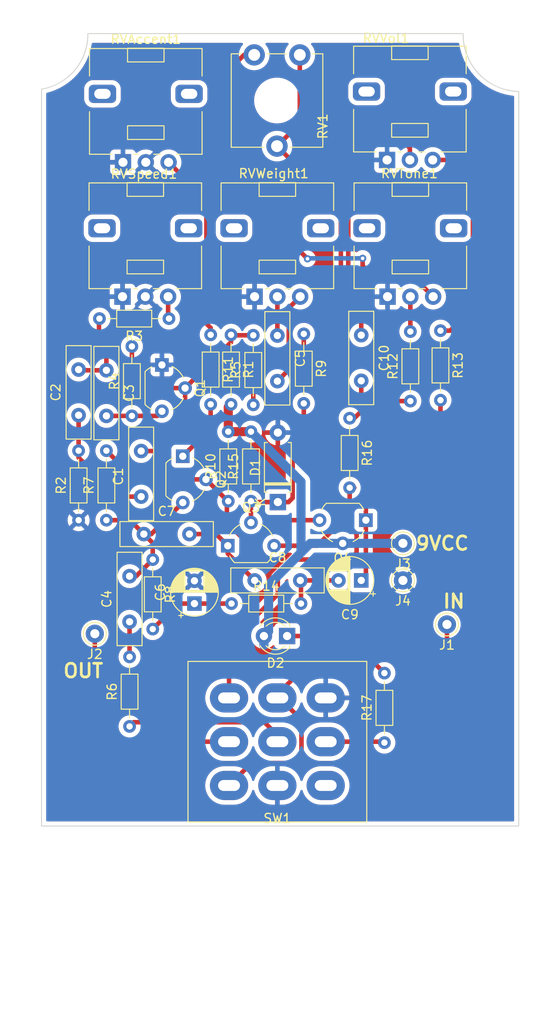
<source format=kicad_pcb>
(kicad_pcb (version 20211014) (generator pcbnew)
  (layers (0 "F.Cu" signal) (31 "B.Cu" signal) (34 "B.Paste" user) (35 "F.Paste" user) (36 "B.SilkS" user "B.Silkscreen") (37 "F.SilkS" user "F.Silkscreen") (38 "B.Mask" user) (39 "F.Mask" user) (44 "Edge.Cuts" user))
  (net 0 "")
  (net 1 "Net-(C4-Pad1)")
  (net 2 "Net-(C3-Pad2)")
  (net 3 "Net-(C1-Pad2)")
  (net 4 "GND")
  (net 5 "Net-(C1-Pad1)")
  (net 6 "Net-(R3-Pad1)")
  (net 7 "Net-(C2-Pad2)")
  (net 8 "Net-(R5-Pad1)")
  (net 9 "Net-(C4-Pad2)")
  (net 10 "Net-(Q2-Pad2)")
  (net 11 "Net-(C5-Pad2)")
  (net 12 "Net-(Q3-Pad3)")
  (net 13 "+9V")
  (net 14 "Net-(R11-Pad1)")
  (net 15 "Net-(Q2-Pad1)")
  (net 16 "Net-(R12-Pad2)")
  (net 17 "Net-(R13-Pad1)")
  (net 18 "Net-(C9-Pad1)")
  (net 19 "Net-(C8-Pad2)")
  (net 20 "Net-(C10-Pad2)")
  (net 21 "Net-(R17-Pad1)")
  (net 22 "Net-(D1-Pad1)")
  (net 23 "Net-(C6-Pad1)")
  (net 24 "Net-(D2-Pad1)")
  (net 25 "Net-(C10-Pad1)")
  (net 26 "Net-(C5-Pad1)")
  (net 27 "Net-(C7-Pad2)")
  (net 28 "Net-(RV1-Pad1)")
  (net 29 "/EFFECT")
  (net 30 "Net-(R6-Pad1)")
  (net 31 "/DRY")
  (net 33 "Net-(SW1-Pad4)")
  (footprint "Resistor_THT:R_Axial_DIN0204_L3.6mm_D1.6mm_P7.62mm_Horizontal" (layer "F.Cu") (at 73.66 93.218 -90)
    (fp_text reference "R8" (at 3.81 -1.92 90) (layer "F.SilkS"))
    (fp_text value "33K")
    (pad "1" thru_hole circle (at 0 0 270) (size 1.4 1.4) (drill 0.7) (layers *.Cu *.Mask) (net 9 "Net-(C4-Pad2)"))
    (pad "2" thru_hole oval (at 7.62 0 270) (size 1.4 1.4) (drill 0.7) (layers *.Cu *.Mask) (net 23 "Net-(C6-Pad1)"))
  )
  (footprint "Potentiometer_THT:Potentiometer_Alps_RK09L_Single_Vertical" (layer "F.Cu") (at 99.4048 64.399 90)
    (fp_text reference "RVTone1" (at 13.4974 2.3984) (layer "F.SilkS"))
    (fp_text value "1K Lin")
    (pad "1" thru_hole rect (at 0 0 90) (size 1.8 1.8) (drill 1) (layers *.Cu *.Mask) (net 4 "GND"))
    (pad "2" thru_hole circle (at 0 2.5 90) (size 1.8 1.8) (drill 1) (layers *.Cu *.Mask) (net 16 "Net-(R12-Pad2)"))
    (pad "3" thru_hole circle (at 0 5 90) (size 1.8 1.8) (drill 1) (layers *.Cu *.Mask) (net 28 "Net-(RV1-Pad1)"))
    (pad "MP" thru_hole roundrect (at 7.5 7.25 90) (size 2 3) (drill oval 1.1 1.8) (layers *.Cu *.Mask))
    (pad "MP" thru_hole roundrect (at 7.5 -2.25 90) (size 2 3) (drill oval 1.1 1.8) (layers *.Cu *.Mask))
    (zone (net 0) (net_name "") (layer "F.Cu") (name "Copper Keep Out") (connect_pads (clearance 0)) (min_thickness 0.254)
      (keepout (tracks not_allowed) (vias not_allowed) (pads not_allowed) (copperpour not_allowed) (footprints not_allowed))
      (fill (thermal_gap 0.508) (thermal_bridge_width 0.508))
      (polygon (pts (xy 103.9048 51.999) (xy 103.9048 53.399) (xy 99.9048 53.399) (xy 99.9048 51.999)))
    )
    (zone (net 0) (net_name "") (layer "F.Cu") (name "Copper Keep Out") (connect_pads (clearance 0)) (min_thickness 0.254)
      (keepout (tracks not_allowed) (vias not_allowed) (pads not_allowed) (copperpour not_allowed) (footprints not_allowed))
      (fill (thermal_gap 0.508) (thermal_bridge_width 0.508))
      (polygon (pts (xy 103.9048 60.399) (xy 103.9048 61.899) (xy 99.9048 61.899) (xy 99.9048 60.399)))
    )
  )
  (footprint "Potentiometer_THT:Potentiometer_Alps_RK09L_Single_Vertical" (layer "F.Cu") (at 84.8252 64.399 90)
    (fp_text reference "RVWeight1" (at 13.4974 2.0936 180) (layer "F.SilkS"))
    (fp_text value "500KLin")
    (pad "1" thru_hole rect (at 0 0 90) (size 1.8 1.8) (drill 1) (layers *.Cu *.Mask) (net 4 "GND"))
    (pad "2" thru_hole circle (at 0 2.5 90) (size 1.8 1.8) (drill 1) (layers *.Cu *.Mask) (net 26 "Net-(C5-Pad1)"))
    (pad "3" thru_hole circle (at 0 5 90) (size 1.8 1.8) (drill 1) (layers *.Cu *.Mask) (net 8 "Net-(R5-Pad1)"))
    (pad "MP" thru_hole roundrect (at 7.5 -2.25 90) (size 2 3) (drill oval 1.1 1.8) (layers *.Cu *.Mask))
    (pad "MP" thru_hole roundrect (at 7.5 7.25 90) (size 2 3) (drill oval 1.1 1.8) (layers *.Cu *.Mask))
    (zone (net 0) (net_name "") (layer "F.Cu") (name "Copper Keep Out") (connect_pads (clearance 0)) (min_thickness 0.254)
      (keepout (tracks not_allowed) (vias not_allowed) (pads not_allowed) (copperpour not_allowed) (footprints not_allowed))
      (fill (thermal_gap 0.508) (thermal_bridge_width 0.508))
      (polygon (pts (xy 89.3252 51.999) (xy 89.3252 53.399) (xy 85.3252 53.399) (xy 85.3252 51.999)))
    )
    (zone (net 0) (net_name "") (layer "F.Cu") (name "Copper Keep Out") (connect_pads (clearance 0)) (min_thickness 0.254)
      (keepout (tracks not_allowed) (vias not_allowed) (pads not_allowed) (copperpour not_allowed) (footprints not_allowed))
      (fill (thermal_gap 0.508) (thermal_bridge_width 0.508))
      (polygon (pts (xy 89.3252 60.399) (xy 89.3252 61.899) (xy 85.3252 61.899) (xy 85.3252 60.399)))
    )
  )
  (footprint "Connector_Pin:Pin_D1.0mm_L10.0mm" (layer "F.Cu") (at 105.918 100.33)
    (fp_text reference "J1" (at 0 2.25) (layer "F.SilkS"))
    (fp_text value "in")
    (pad "1" thru_hole circle (at 0 0) (size 2 2) (drill 1) (layers *.Cu *.Mask) (net 31 "/DRY"))
  )
  (footprint "Resistor_THT:R_Axial_DIN0204_L3.6mm_D1.6mm_P7.62mm_Horizontal" (layer "F.Cu") (at 101.9048 75.8444 90)
    (fp_text reference "R12" (at 3.81 -1.92 90) (layer "F.SilkS"))
    (fp_text value "470K")
    (pad "1" thru_hole circle (at 0 0 90) (size 1.4 1.4) (drill 0.7) (layers *.Cu *.Mask) (net 12 "Net-(Q3-Pad3)"))
    (pad "2" thru_hole oval (at 7.62 0 90) (size 1.4 1.4) (drill 0.7) (layers *.Cu *.Mask) (net 16 "Net-(R12-Pad2)"))
  )
  (footprint "Capacitor_THT:C_Disc_D10.0mm_W2.5mm_P5.00mm" (layer "F.Cu") (at 84.836 95.504)
    (fp_text reference "C8" (at 2.5 -2.5) (layer "F.SilkS"))
    (fp_text value "0.01u")
    (pad "1" thru_hole circle (at 0 0) (size 1.6 1.6) (drill 0.8) (layers *.Cu *.Mask) (net 27 "Net-(C7-Pad2)"))
    (pad "2" thru_hole circle (at 5 0) (size 1.6 1.6) (drill 0.8) (layers *.Cu *.Mask) (net 19 "Net-(C8-Pad2)"))
  )
  (footprint "Connector_Pin:Pin_D1.0mm_L10.0mm" (layer "F.Cu") (at 101.092 91.44)
    (fp_text reference "J3" (at 0 2.25) (layer "F.SilkS"))
    (fp_text value "9V")
    (pad "1" thru_hole circle (at 0 0) (size 2 2) (drill 1) (layers *.Cu *.Mask) (net 13 "+9V"))
  )
  (footprint "Resistor_THT:R_Axial_DIN0204_L3.6mm_D1.6mm_P7.62mm_Horizontal" (layer "F.Cu") (at 95.25 77.724 -90)
    (fp_text reference "R16" (at 3.81 -1.92 90) (layer "F.SilkS"))
    (fp_text value "33K")
    (pad "1" thru_hole circle (at 0 0 270) (size 1.4 1.4) (drill 0.7) (layers *.Cu *.Mask) (net 20 "Net-(C10-Pad2)"))
    (pad "2" thru_hole oval (at 7.62 0 270) (size 1.4 1.4) (drill 0.7) (layers *.Cu *.Mask) (net 29 "/EFFECT"))
  )
  (footprint "Resistor_THT:R_Axial_DIN0204_L3.6mm_D1.6mm_P7.62mm_Horizontal" (layer "F.Cu") (at 81.9404 86.8172 90)
    (fp_text reference "R10" (at 3.81 -1.92 90) (layer "F.SilkS"))
    (fp_text value "22K")
    (pad "1" thru_hole circle (at 0 0 90) (size 1.4 1.4) (drill 0.7) (layers *.Cu *.Mask) (net 10 "Net-(Q2-Pad2)"))
    (pad "2" thru_hole oval (at 7.62 0 90) (size 1.4 1.4) (drill 0.7) (layers *.Cu *.Mask) (net 13 "+9V"))
  )
  (footprint "Resistor_THT:R_Axial_DIN0204_L3.6mm_D1.6mm_P7.62mm_Horizontal" (layer "F.Cu") (at 105.2068 68.1228 -90)
    (fp_text reference "R13" (at 3.81 -1.92 90) (layer "F.SilkS"))
    (fp_text value "1K")
    (pad "1" thru_hole circle (at 0 0 270) (size 1.4 1.4) (drill 0.7) (layers *.Cu *.Mask) (net 17 "Net-(R13-Pad1)"))
    (pad "2" thru_hole oval (at 7.62 0 270) (size 1.4 1.4) (drill 0.7) (layers *.Cu *.Mask) (net 18 "Net-(C9-Pad1)"))
  )
  (footprint "Capacitor_THT:C_Disc_D10.0mm_W2.5mm_P5.00mm" (layer "F.Cu") (at 72.39 86.32 90)
    (fp_text reference "C1" (at 2.206 -2.5 90) (layer "F.SilkS"))
    (fp_text value "0.22U")
    (pad "1" thru_hole circle (at 0 0 90) (size 1.6 1.6) (drill 0.8) (layers *.Cu *.Mask) (net 5 "Net-(C1-Pad1)"))
    (pad "2" thru_hole circle (at 5 0 90) (size 1.6 1.6) (drill 0.8) (layers *.Cu *.Mask) (net 3 "Net-(C1-Pad2)"))
  )
  (footprint "Capacitor_THT:C_Disc_D10.0mm_W2.5mm_P5.00mm" (layer "F.Cu") (at 71.12 100.036 90)
    (fp_text reference "C4" (at 2.5 -2.5 90) (layer "F.SilkS"))
    (fp_text value "0.1uF")
    (pad "1" thru_hole circle (at 0 0 90) (size 1.6 1.6) (drill 0.8) (layers *.Cu *.Mask) (net 1 "Net-(C4-Pad1)"))
    (pad "2" thru_hole circle (at 5 0 90) (size 1.6 1.6) (drill 0.8) (layers *.Cu *.Mask) (net 9 "Net-(C4-Pad2)"))
  )
  (footprint "Capacitor_THT:C_Disc_D10.0mm_W2.5mm_P5.00mm" (layer "F.Cu") (at 68.58 72.47 -90)
    (fp_text reference "C3" (at 2.5 -2.5 90) (layer "F.SilkS"))
    (fp_text value "0.22U")
    (pad "1" thru_hole circle (at 0 0 270) (size 1.6 1.6) (drill 0.8) (layers *.Cu *.Mask) (net 7 "Net-(C2-Pad2)"))
    (pad "2" thru_hole circle (at 5 0 270) (size 1.6 1.6) (drill 0.8) (layers *.Cu *.Mask) (net 2 "Net-(C3-Pad2)"))
  )
  (footprint "Capacitor_THT:C_Disc_D10.0mm_W2.5mm_P5.00mm" (layer "F.Cu") (at 72.684 90.424)
    (fp_text reference "C7" (at 2.5 -2.5) (layer "F.SilkS"))
    (fp_text value "0.01u")
    (pad "1" thru_hole circle (at 0 0) (size 1.6 1.6) (drill 0.8) (layers *.Cu *.Mask) (net 9 "Net-(C4-Pad2)"))
    (pad "2" thru_hole circle (at 5 0) (size 1.6 1.6) (drill 0.8) (layers *.Cu *.Mask) (net 27 "Net-(C7-Pad2)"))
  )
  (footprint "Potentiometer_THT:Potentiometer_Alps_RK09L_Single_Vertical" (layer "F.Cu") (at 99.354 49.413 90)
    (fp_text reference "RVVol1" (at 13.342 -0.1164) (layer "F.SilkS"))
    (fp_text value "1KLog")
    (pad "1" thru_hole rect (at 0 0 90) (size 1.8 1.8) (drill 1) (layers *.Cu *.Mask) (net 4 "GND"))
    (pad "2" thru_hole circle (at 0 2.5 90) (size 1.8 1.8) (drill 1) (layers *.Cu *.Mask) (net 25 "Net-(C10-Pad1)"))
    (pad "3" thru_hole circle (at 0 5 90) (size 1.8 1.8) (drill 1) (layers *.Cu *.Mask) (net 17 "Net-(R13-Pad1)"))
    (pad "MP" thru_hole roundrect (at 7.5 7.25 90) (size 2 3) (drill oval 1.1 1.8) (layers *.Cu *.Mask))
    (pad "MP" thru_hole roundrect (at 7.5 -2.25 90) (size 2 3) (drill oval 1.1 1.8) (layers *.Cu *.Mask))
    (zone (net 0) (net_name "") (layer "F.Cu") (name "Copper Keep Out") (connect_pads (clearance 0)) (min_thickness 0.254)
      (keepout (tracks not_allowed) (vias not_allowed) (pads not_allowed) (copperpour not_allowed) (footprints not_allowed))
      (fill (thermal_gap 0.508) (thermal_bridge_width 0.508))
      (polygon (pts (xy 103.854 37.013) (xy 103.854 38.413) (xy 99.854 38.413) (xy 99.854 37.013)))
    )
    (zone (net 0) (net_name "") (layer "F.Cu") (name "Copper Keep Out") (connect_pads (clearance 0)) (min_thickness 0.254)
      (keepout (tracks not_allowed) (vias not_allowed) (pads not_allowed) (copperpour not_allowed) (footprints not_allowed))
      (fill (thermal_gap 0.508) (thermal_bridge_width 0.508))
      (polygon (pts (xy 103.854 45.413) (xy 103.854 46.913) (xy 99.854 46.913) (xy 99.854 45.413)))
    )
  )
  (footprint "Resistor_THT:R_Axial_DIN0204_L3.6mm_D1.6mm_P7.62mm_Horizontal" (layer "F.Cu") (at 80.01 68.58 -90)
    (fp_text reference "R11" (at 3.81 -1.92 90) (layer "F.SilkS"))
    (fp_text value "680R")
    (pad "1" thru_hole circle (at 0 0 270) (size 1.4 1.4) (drill 0.7) (layers *.Cu *.Mask) (net 14 "Net-(R11-Pad1)"))
    (pad "2" thru_hole oval (at 7.62 0 270) (size 1.4 1.4) (drill 0.7) (layers *.Cu *.Mask) (net 15 "Net-(Q2-Pad1)"))
  )
  (footprint "Resistor_THT:R_Axial_DIN0204_L3.6mm_D1.6mm_P7.62mm_Horizontal" (layer "F.Cu") (at 75.438 66.802 180)
    (fp_text reference "R3" (at 3.81 -1.92) (layer "F.SilkS"))
    (fp_text value "15K")
    (pad "1" thru_hole circle (at 0 0 180) (size 1.4 1.4) (drill 0.7) (layers *.Cu *.Mask) (net 6 "Net-(R3-Pad1)"))
    (pad "2" thru_hole oval (at 7.62 0 180) (size 1.4 1.4) (drill 0.7) (layers *.Cu *.Mask) (net 7 "Net-(C2-Pad2)"))
  )
  (footprint "Capacitor_THT:C_Disc_D10.0mm_W2.5mm_P5.00mm" (layer "F.Cu") (at 87.3252 68.66 -90)
    (fp_text reference "C5" (at 2.5 -2.5 90) (layer "F.SilkS"))
    (fp_text value "0.22u")
    (pad "1" thru_hole circle (at 0 0 270) (size 1.6 1.6) (drill 0.8) (layers *.Cu *.Mask) (net 26 "Net-(C5-Pad1)"))
    (pad "2" thru_hole circle (at 5 0 270) (size 1.6 1.6) (drill 0.8) (layers *.Cu *.Mask) (net 11 "Net-(C5-Pad2)"))
  )
  (footprint "Capacitor_THT:C_Disc_D10.0mm_W2.5mm_P5.00mm" (layer "F.Cu") (at 65.532 77.39 90)
    (fp_text reference "C2" (at 2.5 -2.5 90) (layer "F.SilkS"))
    (fp_text value "0.22U")
    (pad "1" thru_hole circle (at 0 0 90) (size 1.6 1.6) (drill 0.8) (layers *.Cu *.Mask) (net 5 "Net-(C1-Pad1)"))
    (pad "2" thru_hole circle (at 5 0 90) (size 1.6 1.6) (drill 0.8) (layers *.Cu *.Mask) (net 7 "Net-(C2-Pad2)"))
  )
  (footprint "Resistor_THT:R_Axial_DIN0204_L3.6mm_D1.6mm_P7.62mm_Horizontal" (layer "F.Cu") (at 82.2452 68.58 -90)
    (fp_text reference "R1" (at 3.81 -1.92 90) (layer "F.SilkS"))
    (fp_text value "82K")
    (pad "1" thru_hole circle (at 0 0 270) (size 1.4 1.4) (drill 0.7) (layers *.Cu *.Mask) (net 3 "Net-(C1-Pad2)"))
    (pad "2" thru_hole oval (at 7.62 0 270) (size 1.4 1.4) (drill 0.7) (layers *.Cu *.Mask) (net 13 "+9V"))
  )
  (footprint "LED_THT:LED_D3.0mm" (layer "F.Cu") (at 88.392 101.6 180)
    (fp_text reference "D2" (at 1.27 -2.96) (layer "F.SilkS"))
    (fp_text value "LED_Small")
    (pad "1" thru_hole rect (at 0 0 180) (size 1.8 1.8) (drill 0.9) (layers *.Cu *.Mask) (net 24 "Net-(D2-Pad1)"))
    (pad "2" thru_hole circle (at 2.54 0 180) (size 1.8 1.8) (drill 0.9) (layers *.Cu *.Mask) (net 13 "+9V"))
  )
  (footprint "Capacitor_THT:C_Disc_D10.0mm_W2.5mm_P5.00mm" (layer "F.Cu") (at 96.52 68.62 -90)
    (fp_text reference "C10" (at 2.5 -2.5 90) (layer "F.SilkS"))
    (fp_text value "0.1u")
    (pad "1" thru_hole circle (at 0 0 270) (size 1.6 1.6) (drill 0.8) (layers *.Cu *.Mask) (net 25 "Net-(C10-Pad1)"))
    (pad "2" thru_hole circle (at 5 0 270) (size 1.6 1.6) (drill 0.8) (layers *.Cu *.Mask) (net 20 "Net-(C10-Pad2)"))
  )
  (footprint "Package_TO_SOT_THT:TO-92_Wide" (layer "F.Cu") (at 76.954 81.8896 -90)
    (fp_text reference "Q2" (at 2.55 -4.19 90) (layer "F.SilkS"))
    (fp_text value "2N4401")
    (pad "1" thru_hole rect (at 0 0 270) (size 1.5 1.5) (drill 0.8) (layers *.Cu *.Mask) (net 15 "Net-(Q2-Pad1)"))
    (pad "2" thru_hole circle (at 2.54 -2.54 270) (size 1.5 1.5) (drill 0.8) (layers *.Cu *.Mask) (net 10 "Net-(Q2-Pad2)"))
    (pad "3" thru_hole circle (at 5.08 0 270) (size 1.5 1.5) (drill 0.8) (layers *.Cu *.Mask) (net 9 "Net-(C4-Pad2)"))
  )
  (footprint "Resistor_THT:R_Axial_DIN0204_L3.6mm_D1.6mm_P7.62mm_Horizontal" (layer "F.Cu") (at 84.4296 86.8172 90)
    (fp_text reference "R15" (at 3.81 -1.92 90) (layer "F.SilkS"))
    (fp_text value "470R")
    (pad "1" thru_hole circle (at 0 0 90) (size 1.4 1.4) (drill 0.7) (layers *.Cu *.Mask) (net 22 "Net-(D1-Pad1)"))
    (pad "2" thru_hole oval (at 7.62 0 90) (size 1.4 1.4) (drill 0.7) (layers *.Cu *.Mask) (net 13 "+9V"))
  )
  (footprint "Potentiometer_THT:Potentiometer_Alps_RK09L_Single_Vertical" (layer "F.Cu") (at 70.3472 64.399 90)
    (fp_text reference "RVSpeed1" (at 13.4466 2.3476 180) (layer "F.SilkS"))
    (fp_text value "500KLin")
    (pad "1" thru_hole rect (at 0 0 90) (size 1.8 1.8) (drill 1) (layers *.Cu *.Mask) (net 4 "GND"))
    (pad "2" thru_hole circle (at 0 2.5 90) (size 1.8 1.8) (drill 1) (layers *.Cu *.Mask) (net 4 "GND"))
    (pad "3" thru_hole circle (at 0 5 90) (size 1.8 1.8) (drill 1) (layers *.Cu *.Mask) (net 6 "Net-(R3-Pad1)"))
    (pad "MP" thru_hole roundrect (at 7.5 7.25 90) (size 2 3) (drill oval 1.1 1.8) (layers *.Cu *.Mask))
    (pad "MP" thru_hole roundrect (at 7.5 -2.25 90) (size 2 3) (drill oval 1.1 1.8) (layers *.Cu *.Mask))
    (zone (net 0) (net_name "") (layer "F.Cu") (name "Copper Keep Out") (connect_pads (clearance 0)) (min_thickness 0.254)
      (keepout (tracks not_allowed) (vias not_allowed) (pads not_allowed) (copperpour not_allowed) (footprints not_allowed))
      (fill (thermal_gap 0.508) (thermal_bridge_width 0.508))
      (polygon (pts (xy 74.8472 51.999) (xy 74.8472 53.399) (xy 70.8472 53.399) (xy 70.8472 51.999)))
    )
    (zone (net 0) (net_name "") (layer "F.Cu") (name "Copper Keep Out") (connect_pads (clearance 0)) (min_thickness 0.254)
      (keepout (tracks not_allowed) (vias not_allowed) (pads not_allowed) (copperpour not_allowed) (footprints not_allowed))
      (fill (thermal_gap 0.508) (thermal_bridge_width 0.508))
      (polygon (pts (xy 74.8472 60.399) (xy 74.8472 61.899) (xy 70.8472 61.899) (xy 70.8472 60.399)))
    )
  )
  (footprint "Resistor_THT:R_Axial_DIN0204_L3.6mm_D1.6mm_P7.62mm_Horizontal" (layer "F.Cu") (at 99.06 113.284 90)
    (fp_text reference "R17" (at 3.81 -1.92 90) (layer "F.SilkS"))
    (fp_text value "22K")
    (pad "1" thru_hole circle (at 0 0 90) (size 1.4 1.4) (drill 0.7) (layers *.Cu *.Mask) (net 21 "Net-(R17-Pad1)"))
    (pad "2" thru_hole oval (at 7.62 0 90) (size 1.4 1.4) (drill 0.7) (layers *.Cu *.Mask) (net 24 "Net-(D2-Pad1)"))
  )
  (footprint "Package_TO_SOT_THT:TO-92_Wide" (layer "F.Cu") (at 81.8896 91.702)
    (fp_text reference "Q3" (at 2.55 -4.19) (layer "F.SilkS"))
    (fp_text value "MPF102")
    (pad "1" thru_hole rect (at 0 0) (size 1.5 1.5) (drill 0.8) (layers *.Cu *.Mask) (net 27 "Net-(C7-Pad2)"))
    (pad "2" thru_hole circle (at 2.54 -2.54) (size 1.5 1.5) (drill 0.8) (layers *.Cu *.Mask) (net 22 "Net-(D1-Pad1)"))
    (pad "3" thru_hole circle (at 5.08 0) (size 1.5 1.5) (drill 0.8) (layers *.Cu *.Mask) (net 12 "Net-(Q3-Pad3)"))
  )
  (footprint "Package_TO_SOT_THT:TO-92_Wide" (layer "F.Cu") (at 74.668 71.882 -90)
    (fp_text reference "Q1" (at 2.55 -4.19 90) (layer "F.SilkS"))
    (fp_text value "2N4401")
    (pad "1" thru_hole rect (at 0 0 270) (size 1.5 1.5) (drill 0.8) (layers *.Cu *.Mask) (net 4 "GND"))
    (pad "2" thru_hole circle (at 2.54 -2.54 270) (size 1.5 1.5) (drill 0.8) (layers *.Cu *.Mask) (net 3 "Net-(C1-Pad2)"))
    (pad "3" thru_hole circle (at 5.08 0 270) (size 1.5 1.5) (drill 0.8) (layers *.Cu *.Mask) (net 2 "Net-(C3-Pad2)"))
  )
  (footprint "Diode_THT:D_A-405_P7.62mm_Horizontal" (layer "F.Cu") (at 87.376 86.9188 90)
    (fp_text reference "D1" (at 3.81 -2.47 90) (layer "F.SilkS"))
    (fp_text value "5v6")
    (fp_text user "K" (at 0 -1.9 90) (layer "F.SilkS"))
    (pad "1" thru_hole rect (at 0 0 90) (size 1.8 1.8) (drill 0.9) (layers *.Cu *.Mask) (net 22 "Net-(D1-Pad1)"))
    (pad "2" thru_hole oval (at 7.62 0 90) (size 1.8 1.8) (drill 0.9) (layers *.Cu *.Mask) (net 4 "GND"))
  )
  (footprint "Package_TO_SOT_THT:TO-92_Wide" (layer "F.Cu") (at 97.028 88.9 180)
    (fp_text reference "Q4" (at 2.55 -4.19) (layer "F.SilkS"))
    (fp_text value "2N4401")
    (pad "1" thru_hole rect (at 0 0 180) (size 1.5 1.5) (drill 0.8) (layers *.Cu *.Mask) (net 18 "Net-(C9-Pad1)"))
    (pad "2" thru_hole circle (at 2.54 -2.54 180) (size 1.5 1.5) (drill 0.8) (layers *.Cu *.Mask) (net 13 "+9V"))
    (pad "3" thru_hole circle (at 5.08 0 180) (size 1.5 1.5) (drill 0.8) (layers *.Cu *.Mask) (net 10 "Net-(Q2-Pad2)"))
  )
  (footprint "Potentiometer_THT:Potentiometer_ACP_CA9-V10_Vertical_Hole" (layer "F.Cu") (at 84.7852 37.8968 -90)
    (fp_text reference "RV1" (at 7.8232 -7.521 90) (layer "F.SilkS"))
    (fp_text value "1K")
    (pad "" np_thru_hole circle (at 5 -2.5 270) (size 4 4) (drill 4) (layers *.Cu *.Mask))
    (pad "1" thru_hole circle (at 0 0 270) (size 2.34 2.34) (drill 1.3) (layers *.Cu *.Mask) (net 28 "Net-(RV1-Pad1)"))
    (pad "2" thru_hole circle (at 10 -2.5 270) (size 2.34 2.34) (drill 1.3) (layers *.Cu *.Mask) (net 22 "Net-(D1-Pad1)"))
    (pad "3" thru_hole circle (at 0 -5 270) (size 2.34 2.34) (drill 1.3) (layers *.Cu *.Mask) (net 22 "Net-(D1-Pad1)"))
  )
  (footprint "Resistor_THT:R_Axial_DIN0204_L3.6mm_D1.6mm_P7.62mm_Horizontal" (layer "F.Cu") (at 71.374 77.47 90)
    (fp_text reference "R4" (at 3.81 -1.92 90) (layer "F.SilkS"))
    (fp_text value "3M9")
    (pad "1" thru_hole circle (at 0 0 90) (size 1.4 1.4) (drill 0.7) (layers *.Cu *.Mask) (net 2 "Net-(C3-Pad2)"))
    (pad "2" thru_hole oval (at 7.62 0 90) (size 1.4 1.4) (drill 0.7) (layers *.Cu *.Mask) (net 3 "Net-(C1-Pad2)"))
  )
  (footprint "Capacitor_THT:CP_Radial_D5.0mm_P2.50mm" (layer "F.Cu") (at 96.52 95.504 180)
    (fp_text reference "C9" (at 1.25 -3.75) (layer "F.SilkS"))
    (fp_text value "4u7")
    (pad "1" thru_hole rect (at 0 0 180) (size 1.6 1.6) (drill 0.8) (layers *.Cu *.Mask) (net 18 "Net-(C9-Pad1)"))
    (pad "2" thru_hole circle (at 2.5 0 180) (size 1.6 1.6) (drill 0.8) (layers *.Cu *.Mask) (net 19 "Net-(C8-Pad2)"))
  )
  (footprint "Resistor_THT:R_Axial_DIN0204_L3.6mm_D1.6mm_P7.62mm_Horizontal" (layer "F.Cu") (at 68.58 88.9 90)
    (fp_text reference "R7" (at 3.81 -1.92 90) (layer "F.SilkS"))
    (fp_text value "1M")
    (pad "1" thru_hole circle (at 0 0 90) (size 1.4 1.4) (drill 0.7) (layers *.Cu *.Mask) (net 9 "Net-(C4-Pad2)"))
    (pad "2" thru_hole oval (at 7.62 0 90) (size 1.4 1.4) (drill 0.7) (layers *.Cu *.Mask) (net 10 "Net-(Q2-Pad2)"))
  )
  (footprint "Capacitor_THT:CP_Radial_D5.0mm_P2.50mm" (layer "F.Cu") (at 78.232 98.044 90)
    (fp_text reference "C6" (at 1.25 -3.75 90) (layer "F.SilkS"))
    (fp_text value "0.1u")
    (pad "1" thru_hole rect (at 0 0 90) (size 1.6 1.6) (drill 0.8) (layers *.Cu *.Mask) (net 23 "Net-(C6-Pad1)"))
    (pad "2" thru_hole circle (at 2.5 0 90) (size 1.6 1.6) (drill 0.8) (layers *.Cu *.Mask) (net 4 "GND"))
  )
  (footprint "Resistor_THT:R_Axial_DIN0204_L3.6mm_D1.6mm_P7.62mm_Horizontal" (layer "F.Cu") (at 71.12 111.506 90)
    (fp_text reference "R6" (at 3.81 -1.92 90) (layer "F.SilkS"))
    (fp_text value "33K")
    (pad "1" thru_hole circle (at 0 0 90) (size 1.4 1.4) (drill 0.7) (layers *.Cu *.Mask) (net 30 "Net-(R6-Pad1)"))
    (pad "2" thru_hole oval (at 7.62 0 90) (size 1.4 1.4) (drill 0.7) (layers *.Cu *.Mask) (net 1 "Net-(C4-Pad1)"))
  )
  (footprint "Connector_Pin:Pin_D1.0mm_L10.0mm" (layer "F.Cu") (at 67.31 101.346)
    (fp_text reference "J2" (at 0 2.25) (layer "F.SilkS"))
    (fp_text value "out")
    (pad "1" thru_hole circle (at 0 0) (size 2 2) (drill 1) (layers *.Cu *.Mask) (net 33 "Net-(SW1-Pad4)"))
  )
  (footprint "Potentiometer_THT:Potentiometer_Alps_RK09L_Single_Vertical" (layer "F.Cu") (at 70.398 49.667 90)
    (fp_text reference "RVAccent1" (at 13.4974 2.5 180) (layer "F.SilkS"))
    (fp_text value "5KlLin")
    (pad "1" thru_hole rect (at 0 0 90) (size 1.8 1.8) (drill 1) (layers *.Cu *.Mask) (net 4 "GND"))
    (pad "2" thru_hole circle (at 0 2.5 90) (size 1.8 1.8) (drill 1) (layers *.Cu *.Mask) (net 4 "GND"))
    (pad "3" thru_hole circle (at 0 5 90) (size 1.8 1.8) (drill 1) (layers *.Cu *.Mask) (net 14 "Net-(R11-Pad1)"))
    (pad "MP" thru_hole roundrect (at 7.5 -2.25 90) (size 2 3) (drill oval 1.1 1.8) (layers *.Cu *.Mask))
    (pad "MP" thru_hole roundrect (at 7.5 7.25 90) (size 2 3) (drill oval 1.1 1.8) (layers *.Cu *.Mask))
    (zone (net 0) (net_name "") (layer "F.Cu") (name "Copper Keep Out") (connect_pads (clearance 0)) (min_thickness 0.254)
      (keepout (tracks not_allowed) (vias not_allowed) (pads not_allowed) (copperpour not_allowed) (footprints not_allowed))
      (fill (thermal_gap 0.508) (thermal_bridge_width 0.508))
      (polygon (pts (xy 74.898 45.667) (xy 74.898 47.167) (xy 70.898 47.167) (xy 70.898 45.667)))
    )
    (zone (net 0) (net_name "") (layer "F.Cu") (name "Copper Keep Out") (connect_pads (clearance 0)) (min_thickness 0.254)
      (keepout (tracks not_allowed) (vias not_allowed) (pads not_allowed) (copperpour not_allowed) (footprints not_allowed))
      (fill (thermal_gap 0.508) (thermal_bridge_width 0.508))
      (polygon (pts (xy 74.898 37.267) (xy 74.898 38.667) (xy 70.898 38.667) (xy 70.898 37.267)))
    )
  )
  (footprint "Resistor_THT:R_Axial_DIN0204_L3.6mm_D1.6mm_P7.62mm_Horizontal" (layer "F.Cu") (at 84.6836 76.2508 90)
    (fp_text reference "R5" (at 3.81 -1.92 90) (layer "F.SilkS"))
    (fp_text value "100K")
    (pad "1" thru_hole circle (at 0 0 90) (size 1.4 1.4) (drill 0.7) (layers *.Cu *.Mask) (net 8 "Net-(R5-Pad1)"))
    (pad "2" thru_hole oval (at 7.62 0 90) (size 1.4 1.4) (drill 0.7) (layers *.Cu *.Mask) (net 3 "Net-(C1-Pad2)"))
  )
  (footprint "Resistor_THT:R_Axial_DIN0204_L3.6mm_D1.6mm_P7.62mm_Horizontal" (layer "F.Cu") (at 90.2208 68.4784 -90)
    (fp_text reference "R9" (at 3.81 -1.92 90) (layer "F.SilkS"))
    (fp_text value "470K")
    (pad "1" thru_hole circle (at 0 0 270) (size 1.4 1.4) (drill 0.7) (layers *.Cu *.Mask) (net 11 "Net-(C5-Pad2)"))
    (pad "2" thru_hole oval (at 7.62 0 270) (size 1.4 1.4) (drill 0.7) (layers *.Cu *.Mask) (net 12 "Net-(Q3-Pad3)"))
  )
  (footprint "Resistor_THT:R_Axial_DIN0204_L3.6mm_D1.6mm_P7.62mm_Horizontal" (layer "F.Cu") (at 65.532 88.9 90)
    (fp_text reference "R2" (at 3.81 -1.92 90) (layer "F.SilkS"))
    (fp_text value "68K")
    (pad "1" thru_hole circle (at 0 0 90) (size 1.4 1.4) (drill 0.7) (layers *.Cu *.Mask) (net 4 "GND"))
    (pad "2" thru_hole oval (at 7.62 0 90) (size 1.4 1.4) (drill 0.7) (layers *.Cu *.Mask) (net 5 "Net-(C1-Pad1)"))
  )
  (footprint "Library:3PD" (layer "F.Cu") (at 87.3252 112.9824)
    (fp_text reference "SW1" (at 0 8.6 unlocked) (layer "F.SilkS"))
    (fp_text value "3PDT")
    (pad "1" thru_hole oval locked (at -5.3 -4.6 90) (size 3.2 4.2) (drill oval 1.2 2.4) (layers *.Cu *.Mask) (net 29 "/EFFECT"))
    (pad "2" thru_hole oval locked (at 0 -4.6 90) (size 3.2 4.2) (drill oval 1.2 2.4) (layers *.Cu *.Mask) (net 31 "/DRY"))
    (pad "3" thru_hole oval locked (at 5.3 -4.6 90) (size 3.2 4.2) (drill oval 1.2 2.4) (layers *.Cu *.Mask) (net 4 "GND"))
    (pad "4" thru_hole oval locked (at -5.3 0.2 90) (size 3.2 4.2) (drill oval 1.2 2.4) (layers *.Cu *.Mask) (net 33 "Net-(SW1-Pad4)"))
    (pad "5" thru_hole oval locked (at 0 0.2 90) (size 3.2 4.2) (drill oval 1.2 2.4) (layers *.Cu *.Mask) (net 30 "Net-(R6-Pad1)"))
    (pad "6" thru_hole oval locked (at 5.3 0.2 90) (size 3.2 4.2) (drill oval 1.2 2.4) (layers *.Cu *.Mask) (net 21 "Net-(R17-Pad1)"))
    (pad "7" thru_hole oval locked (at -5.3 5 270) (size 3.2 4.2) (drill oval 1.2 2.4) (layers *.Cu *.Mask) (net 31 "/DRY"))
    (pad "8" thru_hole oval locked (at 0 5 90) (size 3.2 4.2) (drill oval 1.2 2.4) (layers *.Cu *.Mask) (net 4 "GND"))
    (pad "9" thru_hole oval locked (at 5.3 5 90) (size 3.2 4.2) (drill oval 1.2 2.4) (layers *.Cu *.Mask))
  )
  (footprint "Connector_Pin:Pin_D1.0mm_L10.0mm" (layer "F.Cu") (at 101.092 95.504)
    (fp_text reference "J4" (at 0 2.25) (layer "F.SilkS"))
    (fp_text value "gnd")
    (pad "1" thru_hole circle (at 0 0) (size 2 2) (drill 1) (layers *.Cu *.Mask) (net 4 "GND"))
  )
  (footprint "Resistor_THT:R_Axial_DIN0204_L3.6mm_D1.6mm_P7.62mm_Horizontal" (layer "F.Cu") (at 82.296 98.044)
    (fp_text reference "R14" (at 3.81 -1.92) (layer "F.SilkS"))
    (fp_text value "33K")
    (pad "1" thru_hole circle (at 0 0) (size 1.4 1.4) (drill 0.7) (layers *.Cu *.Mask) (net 23 "Net-(C6-Pad1)"))
    (pad "2" thru_hole oval (at 7.62 0) (size 1.4 1.4) (drill 0.7) (layers *.Cu *.Mask) (net 19 "Net-(C8-Pad2)"))
  )
  (gr_line (start 66.548 35.56) (end 107.696 35.56) (layer "Edge.Cuts") (width 0.1))
  (gr_line (start 113.792 41.91) (end 113.792 122.428) (layer "Edge.Cuts") (width 0.1))
  (gr_arc (start 66.548 35.56) (mid 65.131687 39.544406) (end 61.468 41.656) (layer "Edge.Cuts") (width 0.1))
  (gr_line (start 61.468 122.428) (end 61.468 41.656) (layer "Edge.Cuts") (width 0.1))
  (gr_arc (start 113.792 41.91) (mid 109.432851 39.993703) (end 107.696 35.56) (layer "Edge.Cuts") (width 0.1))
  (gr_line (start 113.792 122.428) (end 61.468 122.428) (layer "Edge.Cuts") (width 0.1))
  (gr_text "9VCC\n" (at 105.41 91.44) (layer "F.SilkS") (effects (font (size 1.5 1.5) (thickness 0.3))))
  (gr_text "OUT\n" (at 66.04 105.41) (layer "F.SilkS") (effects (font (size 1.5 1.5) (thickness 0.3))))
  (gr_text "IN\n" (at 106.68 97.79) (layer "F.SilkS") (effects (font (size 1.5 1.5) (thickness 0.3))))
  (segment (start 71.12 103.886) (end 71.12 100.036) (width 0.5) (layer "F.Cu") (net 1))
  (segment (start 74.16 77.47) (end 74.668 76.962) (width 0.5) (layer "F.Cu") (net 2))
  (segment (start 71.374 77.47) (end 68.58 77.47) (width 0.5) (layer "F.Cu") (net 2))
  (segment (start 71.374 77.47) (end 74.16 77.47) (width 0.5) (layer "F.Cu") (net 2))
  (segment (start 74.382 81.32) (end 77.216 78.486) (width 0.5) (layer "F.Cu") (net 3))
  (segment (start 82.2452 69.3848) (end 82.2452 68.58) (width 0.5) (layer "F.Cu") (net 3))
  (segment (start 71.374 69.85) (end 71.374 73.152) (width 0.5) (layer "F.Cu") (net 3))
  (segment (start 77.208 74.422) (end 82.2452 69.3848) (width 0.5) (layer "F.Cu") (net 3))
  (segment (start 82.296 68.6308) (end 82.2452 68.58) (width 0.5) (layer "F.Cu") (net 3))
  (segment (start 72.39 81.32) (end 74.382 81.32) (width 0.5) (layer "F.Cu") (net 3))
  (segment (start 77.216 78.486) (end 77.216 77.978) (width 0.5) (layer "F.Cu") (net 3))
  (segment (start 77.216 77.978) (end 77.208 77.97) (width 0.5) (layer "F.Cu") (net 3))
  (segment (start 77.208 77.97) (end 77.208 74.422) (width 0.5) (layer "F.Cu") (net 3))
  (segment (start 84.6836 68.6308) (end 82.296 68.6308) (width 0.5) (layer "F.Cu") (net 3))
  (segment (start 72.644 74.422) (end 77.208 74.422) (width 0.5) (layer "F.Cu") (net 3))
  (segment (start 71.374 73.152) (end 72.644 74.422) (width 0.5) (layer "F.Cu") (net 3))
  (segment (start 65.532 81.28) (end 65.532 82.042) (width 0.5) (layer "F.Cu") (net 5))
  (segment (start 65.532 77.39) (end 65.532 81.28) (width 0.5) (layer "F.Cu") (net 5))
  (segment (start 65.532 82.042) (end 69.81 86.32) (width 0.5) (layer "F.Cu") (net 5))
  (segment (start 69.81 86.32) (end 72.39 86.32) (width 0.5) (layer "F.Cu") (net 5))
  (segment (start 75.3472 64.399) (end 75.3472 66.7112) (width 0.5) (layer "F.Cu") (net 6))
  (segment (start 75.3472 66.7112) (end 75.438 66.802) (width 0.5) (layer "F.Cu") (net 6))
  (segment (start 68.58 70.7536) (end 68.58 72.47) (width 0.5) (layer "F.Cu") (net 7))
  (segment (start 67.7672 67.31) (end 67.7672 69.9408) (width 0.5) (layer "F.Cu") (net 7))
  (segment (start 68.58 72.47) (end 65.612 72.47) (width 0.5) (layer "F.Cu") (net 7))
  (segment (start 67.7672 69.9408) (end 68.58 70.7536) (width 0.5) (layer "F.Cu") (net 7))
  (segment (start 65.612 72.47) (end 65.532 72.39) (width 0.5) (layer "F.Cu") (net 7))
  (segment (start 84.6836 73.66) (end 88.574711 69.768889) (width 0.5) (layer "F.Cu") (net 8))
  (segment (start 84.6836 73.7108) (end 84.6836 73.66) (width 0.5) (layer "F.Cu") (net 8))
  (segment (start 88.574711 65.649489) (end 89.8252 64.399) (width 0.5) (layer "F.Cu") (net 8))
  (segment (start 88.574711 69.768889) (end 88.574711 65.649489) (width 0.5) (layer "F.Cu") (net 8))
  (segment (start 84.6836 76.2508) (end 84.6836 73.729076) (width 0.5) (layer "F.Cu") (net 8))
  (segment (start 73.66 91.4) (end 72.684 90.424) (width 0.5) (layer "F.Cu") (net 9))
  (segment (start 76.954 86.9696) (end 73.4996 90.424) (width 0.5) (layer "F.Cu") (net 9))
  (segment (start 73.4996 90.424) (end 72.684 90.424) (width 0.5) (layer "F.Cu") (net 9))
  (segment (start 71.12 95.036) (end 71.842 95.036) (width 0.5) (layer "F.Cu") (net 9))
  (segment (start 71.842 95.036) (end 73.66 93.218) (width 0.5) (layer "F.Cu") (net 9))
  (segment (start 71.16 88.9) (end 72.684 90.424) (width 0.5) (layer "F.Cu") (net 9))
  (segment (start 73.66 93.218) (end 73.66 91.4) (width 0.5) (layer "F.Cu") (net 9))
  (segment (start 68.58 88.9) (end 71.16 88.9) (width 0.5) (layer "F.Cu") (net 9))
  (segment (start 81.9404 86.8172) (end 81.8896 86.8172) (width 0.5) (layer "F.Cu") (net 10))
  (segment (start 83.82 91.186) (end 81.788 89.154) (width 0.5) (layer "F.Cu") (net 10))
  (segment (start 71.7296 84.4296) (end 68.58 81.28) (width 0.5) (layer "F.Cu") (net 10))
  (segment (start 79.494 84.4296) (end 71.7296 84.4296) (width 0.5) (layer "F.Cu") (net 10))
  (segment (start 81.8896 86.8172) (end 79.502 84.4296) (width 0.5) (layer "F.Cu") (net 10))
  (segment (start 81.788 86.9696) (end 81.9404 86.8172) (width 0.5) (layer "F.Cu") (net 10))
  (segment (start 87.122 88.9) (end 84.836 91.186) (width 0.5) (layer "F.Cu") (net 10))
  (segment (start 81.788 89.154) (end 81.788 86.9696) (width 0.5) (layer "F.Cu") (net 10))
  (segment (start 84.836 91.186) (end 83.82 91.186) (width 0.5) (layer "F.Cu") (net 10))
  (segment (start 91.948 88.9) (end 87.122 88.9) (width 0.5) (layer "F.Cu") (net 10))
  (segment (start 90.2208 68.4784) (end 90.2208 70.7644) (width 0.5) (layer "F.Cu") (net 11))
  (segment (start 90.2208 70.7644) (end 87.3252 73.66) (width 0.5) (layer "F.Cu") (net 11))
  (segment (start 90.2208 76.0984) (end 90.2208 79.0448) (width 0.5) (layer "F.Cu") (net 12))
  (segment (start 90.2208 79.0448) (end 93.726 82.55) (width 0.5) (layer "F.Cu") (net 12))
  (segment (start 93.726 89.662) (end 93.726 82.55) (width 0.5) (layer "F.Cu") (net 12))
  (segment (start 100.4316 75.8444) (end 101.9048 75.8444) (width 0.5) (layer "F.Cu") (net 12))
  (segment (start 93.726 82.55) (end 100.4316 75.8444) (width 0.5) (layer "F.Cu") (net 12))
  (segment (start 91.686 91.702) (end 93.726 89.662) (width 0.5) (layer "F.Cu") (net 12))
  (segment (start 86.9696 91.702) (end 91.686 91.702) (width 0.5) (layer "F.Cu") (net 12))
  (segment (start 81.9404 76.5048) (end 82.2452 76.2) (width 1) (layer "F.Cu") (net 13))
  (segment (start 84.4296 79.1972) (end 81.9404 79.1972) (width 1) (layer "F.Cu") (net 13))
  (segment (start 81.9404 79.1972) (end 81.9404 76.5048) (width 1) (layer "F.Cu") (net 13))
  (segment (start 81.8896 79.1464) (end 81.9404 79.1972) (width 0.5) (layer "F.Cu") (net 13))
  (segment (start 86.36 101.092) (end 85.852 101.6) (width 1) (layer "B.Cu") (net 13))
  (segment (start 89.916 92.456) (end 86.36 96.012) (width 1) (layer "B.Cu") (net 13))
  (segment (start 90.932 91.44) (end 89.916 92.456) (width 1) (layer "B.Cu") (net 13))
  (segment (start 89.916 84.6836) (end 89.916 92.456) (width 1) (layer "B.Cu") (net 13))
  (segment (start 85.852 101.6) (end 85.852 102.616) (width 1) (layer "B.Cu") (net 13))
  (segment (start 84.4296 79.1972) (end 89.916 84.6836) (width 1) (layer "B.Cu") (net 13))
  (segment (start 94.488 91.44) (end 90.932 91.44) (width 1) (layer "B.Cu") (net 13))
  (segment (start 86.36 96.012) (end 86.36 101.092) (width 1) (layer "B.Cu") (net 13))
  (segment (start 94.488 91.44) (end 101.092 91.44) (width 1) (layer "B.Cu") (net 13))
  (segment (start 79.54672 67.35472) (end 80.01 67.818) (width 0.5) (layer "F.Cu") (net 14))
  (segment (start 80.01 67.818) (end 80.01 68.58) (width 0.5) (layer "F.Cu") (net 14))
  (segment (start 75.398 49.667) (end 79.54672 53.81572) (width 0.5) (layer "F.Cu") (net 14))
  (segment (start 79.54672 53.81572) (end 79.54672 67.35472) (width 0.5) (layer "F.Cu") (net 14))
  (segment (start 80.01 78.8336) (end 76.954 81.8896) (width 0.5) (layer "F.Cu") (net 15))
  (segment (start 80.01 76.2) (end 80.01 78.8336) (width 0.5) (layer "F.Cu") (net 15))
  (segment (start 101.9048 64.399) (end 101.9048 68.2244) (width 0.5) (layer "F.Cu") (net 16))
  (segment (start 108.341 49.413) (end 108.7628 49.8348) (width 0.5) (layer "F.Cu") (net 17))
  (segment (start 106.2736 68.1228) (end 105.2068 68.1228) (width 0.5) (layer "F.Cu") (net 17))
  (segment (start 108.7628 65.6336) (end 106.2736 68.1228) (width 0.5) (layer "F.Cu") (net 17))
  (segment (start 104.354 49.413) (end 108.341 49.413) (width 0.5) (layer "F.Cu") (net 17))
  (segment (start 108.7628 49.8348) (end 108.7628 65.6336) (width 0.5) (layer "F.Cu") (net 17))
  (segment (start 97.028 88.9) (end 97.028 85.4456) (width 0.5) (layer "F.Cu") (net 18))
  (segment (start 96.52 95.504) (end 97.028 94.996) (width 0.5) (layer "F.Cu") (net 18))
  (segment (start 97.028 94.996) (end 97.028 88.9) (width 0.5) (layer "F.Cu") (net 18))
  (segment (start 105.2068 77.2668) (end 105.2068 75.7428) (width 0.5) (layer "F.Cu") (net 18))
  (segment (start 96.266 95.504) (end 96.52 95.504) (width 0.5) (layer "F.Cu") (net 18))
  (segment (start 105.2068 77.216) (end 105.2068 77.2668) (width 0.5) (layer "F.Cu") (net 18))
  (segment (start 97.028 85.4456) (end 105.2068 77.2668) (width 0.5) (layer "F.Cu") (net 18))
  (segment (start 94.02 95.504) (end 89.836 95.504) (width 0.5) (layer "F.Cu") (net 19))
  (segment (start 89.916 98.044) (end 89.916 95.584) (width 0.5) (layer "F.Cu") (net 19))
  (segment (start 89.916 95.584) (end 89.836 95.504) (width 0.5) (layer "F.Cu") (net 19))
  (segment (start 96.4692 77.0128) (end 95.758 77.724) (width 0.5) (layer "F.Cu") (net 20))
  (segment (start 96.4692 75.652) (end 96.52 75.6012) (width 0.5) (layer "F.Cu") (net 20))
  (segment (start 96.52 75.6012) (end 96.52 73.62) (width 0.5) (layer "F.Cu") (net 20))
  (segment (start 96.4692 75.652) (end 96.4692 77.0128) (width 0.5) (layer "F.Cu") (net 20))
  (segment (start 92.6252 113.1824) (end 98.9584 113.1824) (width 0.5) (layer "F.Cu") (net 21))
  (segment (start 98.9584 113.1824) (end 99.06 113.284) (width 0.5) (layer "F.Cu") (net 21))
  (segment (start 94.2848 61.5188) (end 94.2848 54.8964) (width 0.5) (layer "F.Cu") (net 22))
  (segment (start 88.4936 76.962) (end 88.4936 75.0316) (width 0.5) (layer "F.Cu") (net 22))
  (segment (start 87.376 86.9188) (end 88.5444 86.9188) (width 0.5) (layer "F.Cu") (net 22))
  (segment (start 89.0016 86.4616) (end 89.0016 77.47) (width 0.5) (layer "F.Cu") (net 22))
  (segment (start 84.4296 89.162) (end 84.4296 86.8172) (width 0.5) (layer "F.Cu") (net 22))
  (segment (start 89.0016 77.47) (end 88.4936 76.962) (width 0.5) (layer "F.Cu") (net 22))
  (segment (start 84.5312 86.9188) (end 84.4296 86.8172) (width 0.5) (layer "F.Cu") (net 22))
  (segment (start 89.7852 37.8968) (end 89.7852 45.3968) (width 0.5) (layer "F.Cu") (net 22))
  (segment (start 93.3704 62.4332) (end 94.2848 61.5188) (width 0.5) (layer "F.Cu") (net 22))
  (segment (start 93.3704 70.1548) (end 93.3704 62.4332) (width 0.5) (layer "F.Cu") (net 22))
  (segment (start 89.7852 45.3968) (end 87.2852 47.8968) (width 0.5) (layer "F.Cu") (net 22))
  (segment (start 87.376 86.9188) (end 84.5312 86.9188) (width 0.5) (layer "F.Cu") (net 22))
  (segment (start 94.2848 54.8964) (end 87.2852 47.8968) (width 0.5) (layer "F.Cu") (net 22))
  (segment (start 88.4936 75.0316) (end 93.3704 70.1548) (width 0.5) (layer "F.Cu") (net 22))
  (segment (start 88.5444 86.9188) (end 89.0016 86.4616) (width 0.5) (layer "F.Cu") (net 22))
  (segment (start 76.454 98.044) (end 78.232 98.044) (width 0.5) (layer "F.Cu") (net 23))
  (segment (start 73.66 100.838) (end 76.454 98.044) (width 0.5) (layer "F.Cu") (net 23))
  (segment (start 82.296 98.044) (end 78.232 98.044) (width 0.5) (layer "F.Cu") (net 23))
  (segment (start 99.06 105.664) (end 94.996 101.6) (width 0.5) (layer "F.Cu") (net 24))
  (segment (start 94.996 101.6) (end 88.392 101.6) (width 0.5) (layer "F.Cu") (net 24))
  (segment (start 96.52 62.992) (end 96.52 68.62) (width 0.5) (layer "F.Cu") (net 25))
  (segment (start 96.09298 47.16302) (end 95.0976 48.1584) (width 0.5) (layer "F.Cu") (net 25))
  (segment (start 101.854 49.413) (end 101.854 48.1076) (width 0.5) (layer "F.Cu") (net 25))
  (segment (start 95.0976 48.1584) (end 95.0976 61.5696) (width 0.5) (layer "F.Cu") (net 25))
  (segment (start 101.854 48.1076) (end 100.90942 47.16302) (width 0.5) (layer "F.Cu") (net 25))
  (segment (start 100.90942 47.16302) (end 96.09298 47.16302) (width 0.5) (layer "F.Cu") (net 25))
  (segment (start 95.0976 61.5696) (end 96.52 62.992) (width 0.5) (layer "F.Cu") (net 25))
  (segment (start 87.3252 64.399) (end 87.3252 68.66) (width 0.5) (layer "F.Cu") (net 26))
  (segment (start 77.684 90.424) (end 80.6116 90.424) (width 0.5) (layer "F.Cu") (net 27))
  (segment (start 81.8896 92.5576) (end 81.8896 91.702) (width 0.5) (layer "F.Cu") (net 27))
  (segment (start 84.836 95.504) (end 81.8896 92.5576) (width 0.5) (layer "F.Cu") (net 27))
  (segment (start 80.6116 90.424) (end 81.8896 91.702) (width 0.5) (layer "F.Cu") (net 27))
  (segment (start 83.6676 37.8968) (end 84.7852 37.8968) (width 0.5) (layer "F.Cu") (net 28))
  (segment (start 96.72142 60.14898) (end 96.6724 60.198) (width 0.5) (layer "F.Cu") (net 28))
  (segment (start 96.6724 61.0108) (end 96.6724 60.198) (width 0.5) (layer "F.Cu") (net 28))
  (segment (start 97.9932 62.3316) (end 96.6724 61.0108) (width 0.5) (layer "F.Cu") (net 28))
  (segment (start 82.9564 52.578) (end 82.9564 38.608) (width 0.5) (layer "F.Cu") (net 28))
  (segment (start 82.9564 38.608) (end 83.6676 37.8968) (width 0.5) (layer "F.Cu") (net 28))
  (segment (start 104.4048 64.399) (end 102.3374 62.3316) (width 0.5) (layer "F.Cu") (net 28))
  (segment (start 90.6272 60.2488) (end 82.9564 52.578) (width 0.5) (layer "F.Cu") (net 28))
  (segment (start 102.3374 62.3316) (end 97.9932 62.3316) (width 0.5) (layer "F.Cu") (net 28))
  (via (at 96.6724 60.198) (size 0.8) (drill 0.4) (layers "F.Cu" "B.Cu") (net 28))
  (via (at 90.6272 60.2488) (size 0.8) (drill 0.4) (layers "F.Cu" "B.Cu") (net 28))
  (segment (start 90.678 60.198) (end 90.6272 60.2488) (width 0.5) (layer "B.Cu") (net 28))
  (segment (start 96.6724 60.198) (end 90.678 60.198) (width 0.5) (layer "B.Cu") (net 28))
  (segment (start 82.0252 108.3824) (end 82.0252 102.3788) (width 0.5) (layer "F.Cu") (net 29))
  (segment (start 95.25 85.852) (end 95.758 85.344) (width 0.5) (layer "F.Cu") (net 29))
  (segment (start 96.012 92.456) (end 96.012 90.424) (width 0.5) (layer "F.Cu") (net 29))
  (segment (start 82.0252 102.3788) (end 87.376 97.028) (width 0.5) (layer "F.Cu") (net 29))
  (segment (start 87.376 95.25) (end 89.408 93.218) (width 0.5) (layer "F.Cu") (net 29))
  (segment (start 89.408 93.218) (end 95.25 93.218) (width 0.5) (layer "F.Cu") (net 29))
  (segment (start 95.25 93.218) (end 96.012 92.456) (width 0.5) (layer "F.Cu") (net 29))
  (segment (start 96.012 90.424) (end 95.25 89.662) (width 0.5) (layer "F.Cu") (net 29))
  (segment (start 87.376 97.028) (end 87.376 95.25) (width 0.5) (layer "F.Cu") (net 29))
  (segment (start 95.25 89.662) (end 95.25 85.852) (width 0.5) (layer "F.Cu") (net 29))
  (segment (start 85.9028 111.0488) (end 71.5772 111.0488) (width 0.5) (layer "F.Cu") (net 30))
  (segment (start 71.5772 111.0488) (end 71.12 111.506) (width 0.5) (layer "F.Cu") (net 30))
  (segment (start 85.9028 111.0488) (end 87.3252 112.4712) (width 0.5) (layer "F.Cu") (net 30))
  (segment (start 87.3252 112.4712) (end 87.3252 113.1824) (width 0.5) (layer "F.Cu") (net 30))
  (segment (start 87.5544 108.3824) (end 89.9668 110.7948) (width 0.5) (layer "F.Cu") (net 31))
  (segment (start 100.584 108.204) (end 105.918 102.87) (width 0.5) (layer "F.Cu") (net 31))
  (segment (start 84.4884 115.5192) (end 82.0252 117.9824) (width 0.5) (layer "F.Cu") (net 31))
  (segment (start 89.916 105.41) (end 95.504 105.41) (width 0.5) (layer "F.Cu") (net 31))
  (segment (start 87.3252 108.3824) (end 87.3252 108.0008) (width 0.5) (layer "F.Cu") (net 31))
  (segment (start 87.3252 108.0008) (end 89.916 105.41) (width 0.5) (layer "F.Cu") (net 31))
  (segment (start 105.918 102.87) (end 105.918 100.33) (width 0.5) (layer "F.Cu") (net 31))
  (segment (start 89.1032 115.5192) (end 84.4884 115.5192) (width 0.5) (layer "F.Cu") (net 31))
  (segment (start 95.504 105.41) (end 98.298 108.204) (width 0.5) (layer "F.Cu") (net 31))
  (segment (start 87.3252 108.3824) (end 87.5544 108.3824) (width 0.5) (layer "F.Cu") (net 31))
  (segment (start 89.9668 114.6556) (end 89.1032 115.5192) (width 0.5) (layer "F.Cu") (net 31))
  (segment (start 89.9668 110.7948) (end 89.9668 114.6556) (width 0.5) (layer "F.Cu") (net 31))
  (segment (start 98.298 108.204) (end 100.584 108.204) (width 0.5) (layer "F.Cu") (net 31))
  (segment (start 69.4944 113.1824) (end 82.0252 113.1824) (width 0.5) (layer "F.Cu") (net 33))
  (segment (start 67.31 110.998) (end 69.4944 113.1824) (width 0.5) (layer "F.Cu") (net 33))
  (segment (start 67.31 101.346) (end 67.31 110.998) (width 0.5) (layer "F.Cu") (net 33))
  (zone (net 4) (net_name "GND") (layers F&B.Cu) (connect_pads (clearance 0.508)) (min_thickness 0.254) (fill yes (thermal_gap 0.508) (thermal_bridge_width 0.508))
    (polygon (pts (xy 115.316 122.428) (xy 59.944 122.428) (xy 59.944 36.576) (xy 115.316 36.576)))
  )
)
</source>
